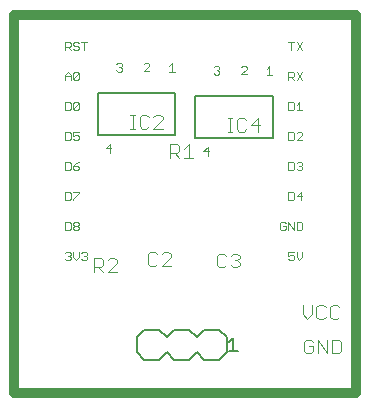
<source format=gto>
G75*
%MOIN*%
%OFA0B0*%
%FSLAX25Y25*%
%IPPOS*%
%LPD*%
%AMOC8*
5,1,8,0,0,1.08239X$1,22.5*
%
%ADD10C,0.03200*%
%ADD11C,0.00200*%
%ADD12C,0.00600*%
%ADD13C,0.00500*%
%ADD14C,0.00400*%
%ADD15C,0.00800*%
D10*
X0002600Y0002600D02*
X0116773Y0002600D01*
X0116773Y0128584D01*
X0002600Y0128584D01*
X0002600Y0002600D01*
D11*
X0020167Y0046700D02*
X0019700Y0047167D01*
X0020167Y0046700D02*
X0021101Y0046700D01*
X0021568Y0047167D01*
X0021568Y0047634D01*
X0021101Y0048101D01*
X0020634Y0048101D01*
X0021101Y0048101D02*
X0021568Y0048568D01*
X0021568Y0049035D01*
X0021101Y0049502D01*
X0020167Y0049502D01*
X0019700Y0049035D01*
X0022462Y0049502D02*
X0022462Y0047634D01*
X0023396Y0046700D01*
X0024331Y0047634D01*
X0024331Y0049502D01*
X0025225Y0049035D02*
X0025692Y0049502D01*
X0026626Y0049502D01*
X0027093Y0049035D01*
X0027093Y0048568D01*
X0026626Y0048101D01*
X0027093Y0047634D01*
X0027093Y0047167D01*
X0026626Y0046700D01*
X0025692Y0046700D01*
X0025225Y0047167D01*
X0026159Y0048101D02*
X0026626Y0048101D01*
X0023864Y0056700D02*
X0022929Y0056700D01*
X0022462Y0057167D01*
X0022462Y0057634D01*
X0022929Y0058101D01*
X0023864Y0058101D01*
X0024331Y0057634D01*
X0024331Y0057167D01*
X0023864Y0056700D01*
X0023864Y0058101D02*
X0024331Y0058568D01*
X0024331Y0059035D01*
X0023864Y0059502D01*
X0022929Y0059502D01*
X0022462Y0059035D01*
X0022462Y0058568D01*
X0022929Y0058101D01*
X0021568Y0057167D02*
X0021568Y0059035D01*
X0021101Y0059502D01*
X0019700Y0059502D01*
X0019700Y0056700D01*
X0021101Y0056700D01*
X0021568Y0057167D01*
X0021101Y0066700D02*
X0019700Y0066700D01*
X0019700Y0069502D01*
X0021101Y0069502D01*
X0021568Y0069035D01*
X0021568Y0067167D01*
X0021101Y0066700D01*
X0022462Y0066700D02*
X0022462Y0067167D01*
X0024331Y0069035D01*
X0024331Y0069502D01*
X0022462Y0069502D01*
X0022929Y0076700D02*
X0022462Y0077167D01*
X0022462Y0078101D01*
X0023864Y0078101D01*
X0024331Y0077634D01*
X0024331Y0077167D01*
X0023864Y0076700D01*
X0022929Y0076700D01*
X0021568Y0077167D02*
X0021568Y0079035D01*
X0021101Y0079502D01*
X0019700Y0079502D01*
X0019700Y0076700D01*
X0021101Y0076700D01*
X0021568Y0077167D01*
X0022462Y0078101D02*
X0023396Y0079035D01*
X0024331Y0079502D01*
X0023864Y0086700D02*
X0022929Y0086700D01*
X0022462Y0087167D01*
X0021568Y0087167D02*
X0021568Y0089035D01*
X0021101Y0089502D01*
X0019700Y0089502D01*
X0019700Y0086700D01*
X0021101Y0086700D01*
X0021568Y0087167D01*
X0022462Y0088101D02*
X0023396Y0088568D01*
X0023864Y0088568D01*
X0024331Y0088101D01*
X0024331Y0087167D01*
X0023864Y0086700D01*
X0022462Y0088101D02*
X0022462Y0089502D01*
X0024331Y0089502D01*
X0023864Y0096700D02*
X0022929Y0096700D01*
X0022462Y0097167D01*
X0024331Y0099035D01*
X0024331Y0097167D01*
X0023864Y0096700D01*
X0022462Y0097167D02*
X0022462Y0099035D01*
X0022929Y0099502D01*
X0023864Y0099502D01*
X0024331Y0099035D01*
X0021568Y0099035D02*
X0021568Y0097167D01*
X0021101Y0096700D01*
X0019700Y0096700D01*
X0019700Y0099502D01*
X0021101Y0099502D01*
X0021568Y0099035D01*
X0021568Y0106700D02*
X0021568Y0108568D01*
X0020634Y0109502D01*
X0019700Y0108568D01*
X0019700Y0106700D01*
X0019700Y0108101D02*
X0021568Y0108101D01*
X0022462Y0107167D02*
X0024331Y0109035D01*
X0024331Y0107167D01*
X0023864Y0106700D01*
X0022929Y0106700D01*
X0022462Y0107167D01*
X0022462Y0109035D01*
X0022929Y0109502D01*
X0023864Y0109502D01*
X0024331Y0109035D01*
X0023864Y0116700D02*
X0022929Y0116700D01*
X0022462Y0117167D01*
X0021568Y0116700D02*
X0020634Y0117634D01*
X0021101Y0117634D02*
X0019700Y0117634D01*
X0019700Y0116700D02*
X0019700Y0119502D01*
X0021101Y0119502D01*
X0021568Y0119035D01*
X0021568Y0118101D01*
X0021101Y0117634D01*
X0022462Y0118568D02*
X0022929Y0118101D01*
X0023864Y0118101D01*
X0024331Y0117634D01*
X0024331Y0117167D01*
X0023864Y0116700D01*
X0026159Y0116700D02*
X0026159Y0119502D01*
X0025225Y0119502D02*
X0027093Y0119502D01*
X0024331Y0119035D02*
X0023864Y0119502D01*
X0022929Y0119502D01*
X0022462Y0119035D01*
X0022462Y0118568D01*
X0091413Y0059035D02*
X0091413Y0057167D01*
X0091880Y0056700D01*
X0092814Y0056700D01*
X0093281Y0057167D01*
X0093281Y0058101D01*
X0092347Y0058101D01*
X0091413Y0059035D02*
X0091880Y0059502D01*
X0092814Y0059502D01*
X0093281Y0059035D01*
X0094175Y0059502D02*
X0096044Y0056700D01*
X0096044Y0059502D01*
X0096938Y0059502D02*
X0098339Y0059502D01*
X0098806Y0059035D01*
X0098806Y0057167D01*
X0098339Y0056700D01*
X0096938Y0056700D01*
X0096938Y0059502D01*
X0094175Y0059502D02*
X0094175Y0056700D01*
X0094175Y0049502D02*
X0094175Y0048101D01*
X0095109Y0048568D01*
X0095576Y0048568D01*
X0096044Y0048101D01*
X0096044Y0047167D01*
X0095576Y0046700D01*
X0094642Y0046700D01*
X0094175Y0047167D01*
X0094175Y0049502D02*
X0096044Y0049502D01*
X0096938Y0049502D02*
X0096938Y0047634D01*
X0097872Y0046700D01*
X0098806Y0047634D01*
X0098806Y0049502D01*
X0098339Y0066700D02*
X0098339Y0069502D01*
X0096938Y0068101D01*
X0098806Y0068101D01*
X0096044Y0067167D02*
X0095576Y0066700D01*
X0094175Y0066700D01*
X0094175Y0069502D01*
X0095576Y0069502D01*
X0096044Y0069035D01*
X0096044Y0067167D01*
X0095576Y0076700D02*
X0094175Y0076700D01*
X0094175Y0079502D01*
X0095576Y0079502D01*
X0096044Y0079035D01*
X0096044Y0077167D01*
X0095576Y0076700D01*
X0096938Y0077167D02*
X0097405Y0076700D01*
X0098339Y0076700D01*
X0098806Y0077167D01*
X0098806Y0077634D01*
X0098339Y0078101D01*
X0097872Y0078101D01*
X0098339Y0078101D02*
X0098806Y0078568D01*
X0098806Y0079035D01*
X0098339Y0079502D01*
X0097405Y0079502D01*
X0096938Y0079035D01*
X0096938Y0086700D02*
X0098806Y0088568D01*
X0098806Y0089035D01*
X0098339Y0089502D01*
X0097405Y0089502D01*
X0096938Y0089035D01*
X0096044Y0089035D02*
X0096044Y0087167D01*
X0095576Y0086700D01*
X0094175Y0086700D01*
X0094175Y0089502D01*
X0095576Y0089502D01*
X0096044Y0089035D01*
X0096938Y0086700D02*
X0098806Y0086700D01*
X0098806Y0096700D02*
X0096938Y0096700D01*
X0097872Y0096700D02*
X0097872Y0099502D01*
X0096938Y0098568D01*
X0096044Y0099035D02*
X0096044Y0097167D01*
X0095576Y0096700D01*
X0094175Y0096700D01*
X0094175Y0099502D01*
X0095576Y0099502D01*
X0096044Y0099035D01*
X0096044Y0106700D02*
X0095109Y0107634D01*
X0095576Y0107634D02*
X0094175Y0107634D01*
X0094175Y0106700D02*
X0094175Y0109502D01*
X0095576Y0109502D01*
X0096044Y0109035D01*
X0096044Y0108101D01*
X0095576Y0107634D01*
X0096938Y0106700D02*
X0098806Y0109502D01*
X0096938Y0109502D02*
X0098806Y0106700D01*
X0098806Y0116700D02*
X0096938Y0119502D01*
X0096044Y0119502D02*
X0094175Y0119502D01*
X0095109Y0119502D02*
X0095109Y0116700D01*
X0096938Y0116700D02*
X0098806Y0119502D01*
D12*
X0071100Y0023600D02*
X0066100Y0023600D01*
X0063600Y0021100D01*
X0061100Y0023600D01*
X0056100Y0023600D01*
X0053600Y0021100D01*
X0051100Y0023600D01*
X0046100Y0023600D01*
X0043600Y0021100D01*
X0043600Y0016100D01*
X0046100Y0013600D01*
X0051100Y0013600D01*
X0053600Y0016100D01*
X0056100Y0013600D01*
X0061100Y0013600D01*
X0063600Y0016100D01*
X0066100Y0013600D01*
X0071100Y0013600D01*
X0073600Y0016100D01*
X0073600Y0021100D01*
X0071100Y0023600D01*
D13*
X0074246Y0019353D02*
X0075747Y0020854D01*
X0075747Y0016350D01*
X0074246Y0016350D02*
X0077249Y0016350D01*
D14*
X0098937Y0028685D02*
X0100472Y0027150D01*
X0102006Y0028685D01*
X0102006Y0031754D01*
X0103541Y0030987D02*
X0103541Y0027918D01*
X0104308Y0027150D01*
X0105843Y0027150D01*
X0106610Y0027918D01*
X0108145Y0027918D02*
X0108912Y0027150D01*
X0110447Y0027150D01*
X0111214Y0027918D01*
X0111214Y0030987D02*
X0110447Y0031754D01*
X0108912Y0031754D01*
X0108145Y0030987D01*
X0108145Y0027918D01*
X0106610Y0030987D02*
X0105843Y0031754D01*
X0104308Y0031754D01*
X0103541Y0030987D01*
X0098937Y0031754D02*
X0098937Y0028685D01*
X0100204Y0020254D02*
X0099437Y0019487D01*
X0099437Y0016418D01*
X0100204Y0015650D01*
X0101739Y0015650D01*
X0102506Y0016418D01*
X0102506Y0017952D01*
X0100972Y0017952D01*
X0102506Y0019487D02*
X0101739Y0020254D01*
X0100204Y0020254D01*
X0104041Y0020254D02*
X0104041Y0015650D01*
X0107110Y0015650D02*
X0107110Y0020254D01*
X0108645Y0020254D02*
X0110947Y0020254D01*
X0111714Y0019487D01*
X0111714Y0016418D01*
X0110947Y0015650D01*
X0108645Y0015650D01*
X0108645Y0020254D01*
X0104041Y0020254D02*
X0107110Y0015650D01*
X0077973Y0045067D02*
X0077206Y0044300D01*
X0075671Y0044300D01*
X0074904Y0045067D01*
X0073369Y0045067D02*
X0072602Y0044300D01*
X0071067Y0044300D01*
X0070300Y0045067D01*
X0070300Y0048137D01*
X0071067Y0048904D01*
X0072602Y0048904D01*
X0073369Y0048137D01*
X0074904Y0048137D02*
X0075671Y0048904D01*
X0077206Y0048904D01*
X0077973Y0048137D01*
X0077973Y0047369D01*
X0077206Y0046602D01*
X0077973Y0045835D01*
X0077973Y0045067D01*
X0077206Y0046602D02*
X0076439Y0046602D01*
X0054973Y0047869D02*
X0054973Y0048637D01*
X0054206Y0049404D01*
X0052671Y0049404D01*
X0051904Y0048637D01*
X0050369Y0048637D02*
X0049602Y0049404D01*
X0048067Y0049404D01*
X0047300Y0048637D01*
X0047300Y0045567D01*
X0048067Y0044800D01*
X0049602Y0044800D01*
X0050369Y0045567D01*
X0051904Y0044800D02*
X0054973Y0047869D01*
X0054973Y0044800D02*
X0051904Y0044800D01*
X0036973Y0045869D02*
X0036973Y0046637D01*
X0036206Y0047404D01*
X0034671Y0047404D01*
X0033904Y0046637D01*
X0032369Y0046637D02*
X0032369Y0045102D01*
X0031602Y0044335D01*
X0029300Y0044335D01*
X0030835Y0044335D02*
X0032369Y0042800D01*
X0033904Y0042800D02*
X0036973Y0045869D01*
X0036973Y0042800D02*
X0033904Y0042800D01*
X0032369Y0046637D02*
X0031602Y0047404D01*
X0029300Y0047404D01*
X0029300Y0042800D01*
X0054800Y0080800D02*
X0054800Y0085404D01*
X0057102Y0085404D01*
X0057869Y0084637D01*
X0057869Y0083102D01*
X0057102Y0082335D01*
X0054800Y0082335D01*
X0056335Y0082335D02*
X0057869Y0080800D01*
X0059404Y0080800D02*
X0062473Y0080800D01*
X0060939Y0080800D02*
X0060939Y0085404D01*
X0059404Y0083869D01*
X0065853Y0083001D02*
X0067722Y0083001D01*
X0067255Y0081600D02*
X0067255Y0084402D01*
X0065853Y0083001D01*
X0074023Y0089600D02*
X0075557Y0089600D01*
X0074790Y0089600D02*
X0074790Y0094204D01*
X0074023Y0094204D02*
X0075557Y0094204D01*
X0077092Y0093437D02*
X0077092Y0090367D01*
X0077859Y0089600D01*
X0079394Y0089600D01*
X0080161Y0090367D01*
X0081696Y0091902D02*
X0084765Y0091902D01*
X0083998Y0094204D02*
X0081696Y0091902D01*
X0080161Y0093437D02*
X0079394Y0094204D01*
X0077859Y0094204D01*
X0077092Y0093437D01*
X0083998Y0094204D02*
X0083998Y0089600D01*
X0086946Y0108600D02*
X0088815Y0108600D01*
X0087881Y0108600D02*
X0087881Y0111402D01*
X0086946Y0110468D01*
X0080303Y0110505D02*
X0080303Y0110972D01*
X0079836Y0111439D01*
X0078902Y0111439D01*
X0078435Y0110972D01*
X0080303Y0110505D02*
X0078435Y0108637D01*
X0080303Y0108637D01*
X0071203Y0109067D02*
X0070736Y0108600D01*
X0069802Y0108600D01*
X0069335Y0109067D01*
X0070269Y0110001D02*
X0070736Y0110001D01*
X0071203Y0109534D01*
X0071203Y0109067D01*
X0070736Y0110001D02*
X0071203Y0110468D01*
X0071203Y0110935D01*
X0070736Y0111402D01*
X0069802Y0111402D01*
X0069335Y0110935D01*
X0056315Y0109600D02*
X0054446Y0109600D01*
X0055381Y0109600D02*
X0055381Y0112402D01*
X0054446Y0111468D01*
X0047803Y0111505D02*
X0047803Y0111972D01*
X0047336Y0112439D01*
X0046402Y0112439D01*
X0045935Y0111972D01*
X0047803Y0111505D02*
X0045935Y0109637D01*
X0047803Y0109637D01*
X0038703Y0110067D02*
X0038236Y0109600D01*
X0037302Y0109600D01*
X0036835Y0110067D01*
X0037769Y0111001D02*
X0038236Y0111001D01*
X0038703Y0110534D01*
X0038703Y0110067D01*
X0038236Y0111001D02*
X0038703Y0111468D01*
X0038703Y0111935D01*
X0038236Y0112402D01*
X0037302Y0112402D01*
X0036835Y0111935D01*
X0041523Y0095204D02*
X0043057Y0095204D01*
X0042290Y0095204D02*
X0042290Y0090600D01*
X0041523Y0090600D02*
X0043057Y0090600D01*
X0044592Y0091367D02*
X0045359Y0090600D01*
X0046894Y0090600D01*
X0047661Y0091367D01*
X0049196Y0090600D02*
X0052265Y0093669D01*
X0052265Y0094437D01*
X0051498Y0095204D01*
X0049963Y0095204D01*
X0049196Y0094437D01*
X0047661Y0094437D02*
X0046894Y0095204D01*
X0045359Y0095204D01*
X0044592Y0094437D01*
X0044592Y0091367D01*
X0049196Y0090600D02*
X0052265Y0090600D01*
X0034755Y0085402D02*
X0034755Y0082600D01*
X0035222Y0084001D02*
X0033353Y0084001D01*
X0034755Y0085402D01*
D15*
X0030700Y0088600D02*
X0056500Y0088600D01*
X0056500Y0102600D01*
X0030700Y0102600D01*
X0030700Y0088600D01*
X0063200Y0087600D02*
X0089000Y0087600D01*
X0089000Y0101600D01*
X0063200Y0101600D01*
X0063200Y0087600D01*
M02*

</source>
